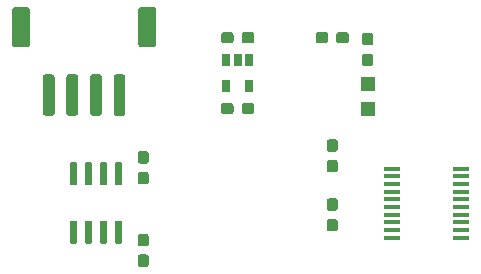
<source format=gtp>
G04 #@! TF.GenerationSoftware,KiCad,Pcbnew,(5.1.5-0)*
G04 #@! TF.CreationDate,2020-02-09T15:42:12-07:00*
G04 #@! TF.ProjectId,dac_proto,6461635f-7072-46f7-946f-2e6b69636164,rev?*
G04 #@! TF.SameCoordinates,Original*
G04 #@! TF.FileFunction,Paste,Top*
G04 #@! TF.FilePolarity,Positive*
%FSLAX46Y46*%
G04 Gerber Fmt 4.6, Leading zero omitted, Abs format (unit mm)*
G04 Created by KiCad (PCBNEW (5.1.5-0)) date 2020-02-09 15:42:12*
%MOMM*%
%LPD*%
G04 APERTURE LIST*
%ADD10R,0.650000X1.060000*%
%ADD11C,0.100000*%
%ADD12R,1.450000X0.450000*%
%ADD13R,1.200000X1.200000*%
G04 APERTURE END LIST*
D10*
X186950000Y-81100000D03*
X185050000Y-81100000D03*
X185050000Y-78900000D03*
X186000000Y-78900000D03*
X186950000Y-78900000D03*
D11*
G36*
X193435779Y-76526144D02*
G01*
X193458834Y-76529563D01*
X193481443Y-76535227D01*
X193503387Y-76543079D01*
X193524457Y-76553044D01*
X193544448Y-76565026D01*
X193563168Y-76578910D01*
X193580438Y-76594562D01*
X193596090Y-76611832D01*
X193609974Y-76630552D01*
X193621956Y-76650543D01*
X193631921Y-76671613D01*
X193639773Y-76693557D01*
X193645437Y-76716166D01*
X193648856Y-76739221D01*
X193650000Y-76762500D01*
X193650000Y-77237500D01*
X193648856Y-77260779D01*
X193645437Y-77283834D01*
X193639773Y-77306443D01*
X193631921Y-77328387D01*
X193621956Y-77349457D01*
X193609974Y-77369448D01*
X193596090Y-77388168D01*
X193580438Y-77405438D01*
X193563168Y-77421090D01*
X193544448Y-77434974D01*
X193524457Y-77446956D01*
X193503387Y-77456921D01*
X193481443Y-77464773D01*
X193458834Y-77470437D01*
X193435779Y-77473856D01*
X193412500Y-77475000D01*
X192837500Y-77475000D01*
X192814221Y-77473856D01*
X192791166Y-77470437D01*
X192768557Y-77464773D01*
X192746613Y-77456921D01*
X192725543Y-77446956D01*
X192705552Y-77434974D01*
X192686832Y-77421090D01*
X192669562Y-77405438D01*
X192653910Y-77388168D01*
X192640026Y-77369448D01*
X192628044Y-77349457D01*
X192618079Y-77328387D01*
X192610227Y-77306443D01*
X192604563Y-77283834D01*
X192601144Y-77260779D01*
X192600000Y-77237500D01*
X192600000Y-76762500D01*
X192601144Y-76739221D01*
X192604563Y-76716166D01*
X192610227Y-76693557D01*
X192618079Y-76671613D01*
X192628044Y-76650543D01*
X192640026Y-76630552D01*
X192653910Y-76611832D01*
X192669562Y-76594562D01*
X192686832Y-76578910D01*
X192705552Y-76565026D01*
X192725543Y-76553044D01*
X192746613Y-76543079D01*
X192768557Y-76535227D01*
X192791166Y-76529563D01*
X192814221Y-76526144D01*
X192837500Y-76525000D01*
X193412500Y-76525000D01*
X193435779Y-76526144D01*
G37*
G36*
X195185779Y-76526144D02*
G01*
X195208834Y-76529563D01*
X195231443Y-76535227D01*
X195253387Y-76543079D01*
X195274457Y-76553044D01*
X195294448Y-76565026D01*
X195313168Y-76578910D01*
X195330438Y-76594562D01*
X195346090Y-76611832D01*
X195359974Y-76630552D01*
X195371956Y-76650543D01*
X195381921Y-76671613D01*
X195389773Y-76693557D01*
X195395437Y-76716166D01*
X195398856Y-76739221D01*
X195400000Y-76762500D01*
X195400000Y-77237500D01*
X195398856Y-77260779D01*
X195395437Y-77283834D01*
X195389773Y-77306443D01*
X195381921Y-77328387D01*
X195371956Y-77349457D01*
X195359974Y-77369448D01*
X195346090Y-77388168D01*
X195330438Y-77405438D01*
X195313168Y-77421090D01*
X195294448Y-77434974D01*
X195274457Y-77446956D01*
X195253387Y-77456921D01*
X195231443Y-77464773D01*
X195208834Y-77470437D01*
X195185779Y-77473856D01*
X195162500Y-77475000D01*
X194587500Y-77475000D01*
X194564221Y-77473856D01*
X194541166Y-77470437D01*
X194518557Y-77464773D01*
X194496613Y-77456921D01*
X194475543Y-77446956D01*
X194455552Y-77434974D01*
X194436832Y-77421090D01*
X194419562Y-77405438D01*
X194403910Y-77388168D01*
X194390026Y-77369448D01*
X194378044Y-77349457D01*
X194368079Y-77328387D01*
X194360227Y-77306443D01*
X194354563Y-77283834D01*
X194351144Y-77260779D01*
X194350000Y-77237500D01*
X194350000Y-76762500D01*
X194351144Y-76739221D01*
X194354563Y-76716166D01*
X194360227Y-76693557D01*
X194368079Y-76671613D01*
X194378044Y-76650543D01*
X194390026Y-76630552D01*
X194403910Y-76611832D01*
X194419562Y-76594562D01*
X194436832Y-76578910D01*
X194455552Y-76565026D01*
X194475543Y-76553044D01*
X194496613Y-76543079D01*
X194518557Y-76535227D01*
X194541166Y-76529563D01*
X194564221Y-76526144D01*
X194587500Y-76525000D01*
X195162500Y-76525000D01*
X195185779Y-76526144D01*
G37*
G36*
X168174504Y-74401204D02*
G01*
X168198773Y-74404804D01*
X168222571Y-74410765D01*
X168245671Y-74419030D01*
X168267849Y-74429520D01*
X168288893Y-74442133D01*
X168308598Y-74456747D01*
X168326777Y-74473223D01*
X168343253Y-74491402D01*
X168357867Y-74511107D01*
X168370480Y-74532151D01*
X168380970Y-74554329D01*
X168389235Y-74577429D01*
X168395196Y-74601227D01*
X168398796Y-74625496D01*
X168400000Y-74650000D01*
X168400000Y-77550000D01*
X168398796Y-77574504D01*
X168395196Y-77598773D01*
X168389235Y-77622571D01*
X168380970Y-77645671D01*
X168370480Y-77667849D01*
X168357867Y-77688893D01*
X168343253Y-77708598D01*
X168326777Y-77726777D01*
X168308598Y-77743253D01*
X168288893Y-77757867D01*
X168267849Y-77770480D01*
X168245671Y-77780970D01*
X168222571Y-77789235D01*
X168198773Y-77795196D01*
X168174504Y-77798796D01*
X168150000Y-77800000D01*
X167150000Y-77800000D01*
X167125496Y-77798796D01*
X167101227Y-77795196D01*
X167077429Y-77789235D01*
X167054329Y-77780970D01*
X167032151Y-77770480D01*
X167011107Y-77757867D01*
X166991402Y-77743253D01*
X166973223Y-77726777D01*
X166956747Y-77708598D01*
X166942133Y-77688893D01*
X166929520Y-77667849D01*
X166919030Y-77645671D01*
X166910765Y-77622571D01*
X166904804Y-77598773D01*
X166901204Y-77574504D01*
X166900000Y-77550000D01*
X166900000Y-74650000D01*
X166901204Y-74625496D01*
X166904804Y-74601227D01*
X166910765Y-74577429D01*
X166919030Y-74554329D01*
X166929520Y-74532151D01*
X166942133Y-74511107D01*
X166956747Y-74491402D01*
X166973223Y-74473223D01*
X166991402Y-74456747D01*
X167011107Y-74442133D01*
X167032151Y-74429520D01*
X167054329Y-74419030D01*
X167077429Y-74410765D01*
X167101227Y-74404804D01*
X167125496Y-74401204D01*
X167150000Y-74400000D01*
X168150000Y-74400000D01*
X168174504Y-74401204D01*
G37*
G36*
X178874504Y-74401204D02*
G01*
X178898773Y-74404804D01*
X178922571Y-74410765D01*
X178945671Y-74419030D01*
X178967849Y-74429520D01*
X178988893Y-74442133D01*
X179008598Y-74456747D01*
X179026777Y-74473223D01*
X179043253Y-74491402D01*
X179057867Y-74511107D01*
X179070480Y-74532151D01*
X179080970Y-74554329D01*
X179089235Y-74577429D01*
X179095196Y-74601227D01*
X179098796Y-74625496D01*
X179100000Y-74650000D01*
X179100000Y-77550000D01*
X179098796Y-77574504D01*
X179095196Y-77598773D01*
X179089235Y-77622571D01*
X179080970Y-77645671D01*
X179070480Y-77667849D01*
X179057867Y-77688893D01*
X179043253Y-77708598D01*
X179026777Y-77726777D01*
X179008598Y-77743253D01*
X178988893Y-77757867D01*
X178967849Y-77770480D01*
X178945671Y-77780970D01*
X178922571Y-77789235D01*
X178898773Y-77795196D01*
X178874504Y-77798796D01*
X178850000Y-77800000D01*
X177850000Y-77800000D01*
X177825496Y-77798796D01*
X177801227Y-77795196D01*
X177777429Y-77789235D01*
X177754329Y-77780970D01*
X177732151Y-77770480D01*
X177711107Y-77757867D01*
X177691402Y-77743253D01*
X177673223Y-77726777D01*
X177656747Y-77708598D01*
X177642133Y-77688893D01*
X177629520Y-77667849D01*
X177619030Y-77645671D01*
X177610765Y-77622571D01*
X177604804Y-77598773D01*
X177601204Y-77574504D01*
X177600000Y-77550000D01*
X177600000Y-74650000D01*
X177601204Y-74625496D01*
X177604804Y-74601227D01*
X177610765Y-74577429D01*
X177619030Y-74554329D01*
X177629520Y-74532151D01*
X177642133Y-74511107D01*
X177656747Y-74491402D01*
X177673223Y-74473223D01*
X177691402Y-74456747D01*
X177711107Y-74442133D01*
X177732151Y-74429520D01*
X177754329Y-74419030D01*
X177777429Y-74410765D01*
X177801227Y-74404804D01*
X177825496Y-74401204D01*
X177850000Y-74400000D01*
X178850000Y-74400000D01*
X178874504Y-74401204D01*
G37*
G36*
X170274504Y-80101204D02*
G01*
X170298773Y-80104804D01*
X170322571Y-80110765D01*
X170345671Y-80119030D01*
X170367849Y-80129520D01*
X170388893Y-80142133D01*
X170408598Y-80156747D01*
X170426777Y-80173223D01*
X170443253Y-80191402D01*
X170457867Y-80211107D01*
X170470480Y-80232151D01*
X170480970Y-80254329D01*
X170489235Y-80277429D01*
X170495196Y-80301227D01*
X170498796Y-80325496D01*
X170500000Y-80350000D01*
X170500000Y-83350000D01*
X170498796Y-83374504D01*
X170495196Y-83398773D01*
X170489235Y-83422571D01*
X170480970Y-83445671D01*
X170470480Y-83467849D01*
X170457867Y-83488893D01*
X170443253Y-83508598D01*
X170426777Y-83526777D01*
X170408598Y-83543253D01*
X170388893Y-83557867D01*
X170367849Y-83570480D01*
X170345671Y-83580970D01*
X170322571Y-83589235D01*
X170298773Y-83595196D01*
X170274504Y-83598796D01*
X170250000Y-83600000D01*
X169750000Y-83600000D01*
X169725496Y-83598796D01*
X169701227Y-83595196D01*
X169677429Y-83589235D01*
X169654329Y-83580970D01*
X169632151Y-83570480D01*
X169611107Y-83557867D01*
X169591402Y-83543253D01*
X169573223Y-83526777D01*
X169556747Y-83508598D01*
X169542133Y-83488893D01*
X169529520Y-83467849D01*
X169519030Y-83445671D01*
X169510765Y-83422571D01*
X169504804Y-83398773D01*
X169501204Y-83374504D01*
X169500000Y-83350000D01*
X169500000Y-80350000D01*
X169501204Y-80325496D01*
X169504804Y-80301227D01*
X169510765Y-80277429D01*
X169519030Y-80254329D01*
X169529520Y-80232151D01*
X169542133Y-80211107D01*
X169556747Y-80191402D01*
X169573223Y-80173223D01*
X169591402Y-80156747D01*
X169611107Y-80142133D01*
X169632151Y-80129520D01*
X169654329Y-80119030D01*
X169677429Y-80110765D01*
X169701227Y-80104804D01*
X169725496Y-80101204D01*
X169750000Y-80100000D01*
X170250000Y-80100000D01*
X170274504Y-80101204D01*
G37*
G36*
X172274504Y-80101204D02*
G01*
X172298773Y-80104804D01*
X172322571Y-80110765D01*
X172345671Y-80119030D01*
X172367849Y-80129520D01*
X172388893Y-80142133D01*
X172408598Y-80156747D01*
X172426777Y-80173223D01*
X172443253Y-80191402D01*
X172457867Y-80211107D01*
X172470480Y-80232151D01*
X172480970Y-80254329D01*
X172489235Y-80277429D01*
X172495196Y-80301227D01*
X172498796Y-80325496D01*
X172500000Y-80350000D01*
X172500000Y-83350000D01*
X172498796Y-83374504D01*
X172495196Y-83398773D01*
X172489235Y-83422571D01*
X172480970Y-83445671D01*
X172470480Y-83467849D01*
X172457867Y-83488893D01*
X172443253Y-83508598D01*
X172426777Y-83526777D01*
X172408598Y-83543253D01*
X172388893Y-83557867D01*
X172367849Y-83570480D01*
X172345671Y-83580970D01*
X172322571Y-83589235D01*
X172298773Y-83595196D01*
X172274504Y-83598796D01*
X172250000Y-83600000D01*
X171750000Y-83600000D01*
X171725496Y-83598796D01*
X171701227Y-83595196D01*
X171677429Y-83589235D01*
X171654329Y-83580970D01*
X171632151Y-83570480D01*
X171611107Y-83557867D01*
X171591402Y-83543253D01*
X171573223Y-83526777D01*
X171556747Y-83508598D01*
X171542133Y-83488893D01*
X171529520Y-83467849D01*
X171519030Y-83445671D01*
X171510765Y-83422571D01*
X171504804Y-83398773D01*
X171501204Y-83374504D01*
X171500000Y-83350000D01*
X171500000Y-80350000D01*
X171501204Y-80325496D01*
X171504804Y-80301227D01*
X171510765Y-80277429D01*
X171519030Y-80254329D01*
X171529520Y-80232151D01*
X171542133Y-80211107D01*
X171556747Y-80191402D01*
X171573223Y-80173223D01*
X171591402Y-80156747D01*
X171611107Y-80142133D01*
X171632151Y-80129520D01*
X171654329Y-80119030D01*
X171677429Y-80110765D01*
X171701227Y-80104804D01*
X171725496Y-80101204D01*
X171750000Y-80100000D01*
X172250000Y-80100000D01*
X172274504Y-80101204D01*
G37*
G36*
X174274504Y-80101204D02*
G01*
X174298773Y-80104804D01*
X174322571Y-80110765D01*
X174345671Y-80119030D01*
X174367849Y-80129520D01*
X174388893Y-80142133D01*
X174408598Y-80156747D01*
X174426777Y-80173223D01*
X174443253Y-80191402D01*
X174457867Y-80211107D01*
X174470480Y-80232151D01*
X174480970Y-80254329D01*
X174489235Y-80277429D01*
X174495196Y-80301227D01*
X174498796Y-80325496D01*
X174500000Y-80350000D01*
X174500000Y-83350000D01*
X174498796Y-83374504D01*
X174495196Y-83398773D01*
X174489235Y-83422571D01*
X174480970Y-83445671D01*
X174470480Y-83467849D01*
X174457867Y-83488893D01*
X174443253Y-83508598D01*
X174426777Y-83526777D01*
X174408598Y-83543253D01*
X174388893Y-83557867D01*
X174367849Y-83570480D01*
X174345671Y-83580970D01*
X174322571Y-83589235D01*
X174298773Y-83595196D01*
X174274504Y-83598796D01*
X174250000Y-83600000D01*
X173750000Y-83600000D01*
X173725496Y-83598796D01*
X173701227Y-83595196D01*
X173677429Y-83589235D01*
X173654329Y-83580970D01*
X173632151Y-83570480D01*
X173611107Y-83557867D01*
X173591402Y-83543253D01*
X173573223Y-83526777D01*
X173556747Y-83508598D01*
X173542133Y-83488893D01*
X173529520Y-83467849D01*
X173519030Y-83445671D01*
X173510765Y-83422571D01*
X173504804Y-83398773D01*
X173501204Y-83374504D01*
X173500000Y-83350000D01*
X173500000Y-80350000D01*
X173501204Y-80325496D01*
X173504804Y-80301227D01*
X173510765Y-80277429D01*
X173519030Y-80254329D01*
X173529520Y-80232151D01*
X173542133Y-80211107D01*
X173556747Y-80191402D01*
X173573223Y-80173223D01*
X173591402Y-80156747D01*
X173611107Y-80142133D01*
X173632151Y-80129520D01*
X173654329Y-80119030D01*
X173677429Y-80110765D01*
X173701227Y-80104804D01*
X173725496Y-80101204D01*
X173750000Y-80100000D01*
X174250000Y-80100000D01*
X174274504Y-80101204D01*
G37*
G36*
X176274504Y-80101204D02*
G01*
X176298773Y-80104804D01*
X176322571Y-80110765D01*
X176345671Y-80119030D01*
X176367849Y-80129520D01*
X176388893Y-80142133D01*
X176408598Y-80156747D01*
X176426777Y-80173223D01*
X176443253Y-80191402D01*
X176457867Y-80211107D01*
X176470480Y-80232151D01*
X176480970Y-80254329D01*
X176489235Y-80277429D01*
X176495196Y-80301227D01*
X176498796Y-80325496D01*
X176500000Y-80350000D01*
X176500000Y-83350000D01*
X176498796Y-83374504D01*
X176495196Y-83398773D01*
X176489235Y-83422571D01*
X176480970Y-83445671D01*
X176470480Y-83467849D01*
X176457867Y-83488893D01*
X176443253Y-83508598D01*
X176426777Y-83526777D01*
X176408598Y-83543253D01*
X176388893Y-83557867D01*
X176367849Y-83570480D01*
X176345671Y-83580970D01*
X176322571Y-83589235D01*
X176298773Y-83595196D01*
X176274504Y-83598796D01*
X176250000Y-83600000D01*
X175750000Y-83600000D01*
X175725496Y-83598796D01*
X175701227Y-83595196D01*
X175677429Y-83589235D01*
X175654329Y-83580970D01*
X175632151Y-83570480D01*
X175611107Y-83557867D01*
X175591402Y-83543253D01*
X175573223Y-83526777D01*
X175556747Y-83508598D01*
X175542133Y-83488893D01*
X175529520Y-83467849D01*
X175519030Y-83445671D01*
X175510765Y-83422571D01*
X175504804Y-83398773D01*
X175501204Y-83374504D01*
X175500000Y-83350000D01*
X175500000Y-80350000D01*
X175501204Y-80325496D01*
X175504804Y-80301227D01*
X175510765Y-80277429D01*
X175519030Y-80254329D01*
X175529520Y-80232151D01*
X175542133Y-80211107D01*
X175556747Y-80191402D01*
X175573223Y-80173223D01*
X175591402Y-80156747D01*
X175611107Y-80142133D01*
X175632151Y-80129520D01*
X175654329Y-80119030D01*
X175677429Y-80110765D01*
X175701227Y-80104804D01*
X175725496Y-80101204D01*
X175750000Y-80100000D01*
X176250000Y-80100000D01*
X176274504Y-80101204D01*
G37*
G36*
X176069703Y-92500722D02*
G01*
X176084264Y-92502882D01*
X176098543Y-92506459D01*
X176112403Y-92511418D01*
X176125710Y-92517712D01*
X176138336Y-92525280D01*
X176150159Y-92534048D01*
X176161066Y-92543934D01*
X176170952Y-92554841D01*
X176179720Y-92566664D01*
X176187288Y-92579290D01*
X176193582Y-92592597D01*
X176198541Y-92606457D01*
X176202118Y-92620736D01*
X176204278Y-92635297D01*
X176205000Y-92650000D01*
X176205000Y-94300000D01*
X176204278Y-94314703D01*
X176202118Y-94329264D01*
X176198541Y-94343543D01*
X176193582Y-94357403D01*
X176187288Y-94370710D01*
X176179720Y-94383336D01*
X176170952Y-94395159D01*
X176161066Y-94406066D01*
X176150159Y-94415952D01*
X176138336Y-94424720D01*
X176125710Y-94432288D01*
X176112403Y-94438582D01*
X176098543Y-94443541D01*
X176084264Y-94447118D01*
X176069703Y-94449278D01*
X176055000Y-94450000D01*
X175755000Y-94450000D01*
X175740297Y-94449278D01*
X175725736Y-94447118D01*
X175711457Y-94443541D01*
X175697597Y-94438582D01*
X175684290Y-94432288D01*
X175671664Y-94424720D01*
X175659841Y-94415952D01*
X175648934Y-94406066D01*
X175639048Y-94395159D01*
X175630280Y-94383336D01*
X175622712Y-94370710D01*
X175616418Y-94357403D01*
X175611459Y-94343543D01*
X175607882Y-94329264D01*
X175605722Y-94314703D01*
X175605000Y-94300000D01*
X175605000Y-92650000D01*
X175605722Y-92635297D01*
X175607882Y-92620736D01*
X175611459Y-92606457D01*
X175616418Y-92592597D01*
X175622712Y-92579290D01*
X175630280Y-92566664D01*
X175639048Y-92554841D01*
X175648934Y-92543934D01*
X175659841Y-92534048D01*
X175671664Y-92525280D01*
X175684290Y-92517712D01*
X175697597Y-92511418D01*
X175711457Y-92506459D01*
X175725736Y-92502882D01*
X175740297Y-92500722D01*
X175755000Y-92500000D01*
X176055000Y-92500000D01*
X176069703Y-92500722D01*
G37*
G36*
X174799703Y-92500722D02*
G01*
X174814264Y-92502882D01*
X174828543Y-92506459D01*
X174842403Y-92511418D01*
X174855710Y-92517712D01*
X174868336Y-92525280D01*
X174880159Y-92534048D01*
X174891066Y-92543934D01*
X174900952Y-92554841D01*
X174909720Y-92566664D01*
X174917288Y-92579290D01*
X174923582Y-92592597D01*
X174928541Y-92606457D01*
X174932118Y-92620736D01*
X174934278Y-92635297D01*
X174935000Y-92650000D01*
X174935000Y-94300000D01*
X174934278Y-94314703D01*
X174932118Y-94329264D01*
X174928541Y-94343543D01*
X174923582Y-94357403D01*
X174917288Y-94370710D01*
X174909720Y-94383336D01*
X174900952Y-94395159D01*
X174891066Y-94406066D01*
X174880159Y-94415952D01*
X174868336Y-94424720D01*
X174855710Y-94432288D01*
X174842403Y-94438582D01*
X174828543Y-94443541D01*
X174814264Y-94447118D01*
X174799703Y-94449278D01*
X174785000Y-94450000D01*
X174485000Y-94450000D01*
X174470297Y-94449278D01*
X174455736Y-94447118D01*
X174441457Y-94443541D01*
X174427597Y-94438582D01*
X174414290Y-94432288D01*
X174401664Y-94424720D01*
X174389841Y-94415952D01*
X174378934Y-94406066D01*
X174369048Y-94395159D01*
X174360280Y-94383336D01*
X174352712Y-94370710D01*
X174346418Y-94357403D01*
X174341459Y-94343543D01*
X174337882Y-94329264D01*
X174335722Y-94314703D01*
X174335000Y-94300000D01*
X174335000Y-92650000D01*
X174335722Y-92635297D01*
X174337882Y-92620736D01*
X174341459Y-92606457D01*
X174346418Y-92592597D01*
X174352712Y-92579290D01*
X174360280Y-92566664D01*
X174369048Y-92554841D01*
X174378934Y-92543934D01*
X174389841Y-92534048D01*
X174401664Y-92525280D01*
X174414290Y-92517712D01*
X174427597Y-92511418D01*
X174441457Y-92506459D01*
X174455736Y-92502882D01*
X174470297Y-92500722D01*
X174485000Y-92500000D01*
X174785000Y-92500000D01*
X174799703Y-92500722D01*
G37*
G36*
X173529703Y-92500722D02*
G01*
X173544264Y-92502882D01*
X173558543Y-92506459D01*
X173572403Y-92511418D01*
X173585710Y-92517712D01*
X173598336Y-92525280D01*
X173610159Y-92534048D01*
X173621066Y-92543934D01*
X173630952Y-92554841D01*
X173639720Y-92566664D01*
X173647288Y-92579290D01*
X173653582Y-92592597D01*
X173658541Y-92606457D01*
X173662118Y-92620736D01*
X173664278Y-92635297D01*
X173665000Y-92650000D01*
X173665000Y-94300000D01*
X173664278Y-94314703D01*
X173662118Y-94329264D01*
X173658541Y-94343543D01*
X173653582Y-94357403D01*
X173647288Y-94370710D01*
X173639720Y-94383336D01*
X173630952Y-94395159D01*
X173621066Y-94406066D01*
X173610159Y-94415952D01*
X173598336Y-94424720D01*
X173585710Y-94432288D01*
X173572403Y-94438582D01*
X173558543Y-94443541D01*
X173544264Y-94447118D01*
X173529703Y-94449278D01*
X173515000Y-94450000D01*
X173215000Y-94450000D01*
X173200297Y-94449278D01*
X173185736Y-94447118D01*
X173171457Y-94443541D01*
X173157597Y-94438582D01*
X173144290Y-94432288D01*
X173131664Y-94424720D01*
X173119841Y-94415952D01*
X173108934Y-94406066D01*
X173099048Y-94395159D01*
X173090280Y-94383336D01*
X173082712Y-94370710D01*
X173076418Y-94357403D01*
X173071459Y-94343543D01*
X173067882Y-94329264D01*
X173065722Y-94314703D01*
X173065000Y-94300000D01*
X173065000Y-92650000D01*
X173065722Y-92635297D01*
X173067882Y-92620736D01*
X173071459Y-92606457D01*
X173076418Y-92592597D01*
X173082712Y-92579290D01*
X173090280Y-92566664D01*
X173099048Y-92554841D01*
X173108934Y-92543934D01*
X173119841Y-92534048D01*
X173131664Y-92525280D01*
X173144290Y-92517712D01*
X173157597Y-92511418D01*
X173171457Y-92506459D01*
X173185736Y-92502882D01*
X173200297Y-92500722D01*
X173215000Y-92500000D01*
X173515000Y-92500000D01*
X173529703Y-92500722D01*
G37*
G36*
X172259703Y-92500722D02*
G01*
X172274264Y-92502882D01*
X172288543Y-92506459D01*
X172302403Y-92511418D01*
X172315710Y-92517712D01*
X172328336Y-92525280D01*
X172340159Y-92534048D01*
X172351066Y-92543934D01*
X172360952Y-92554841D01*
X172369720Y-92566664D01*
X172377288Y-92579290D01*
X172383582Y-92592597D01*
X172388541Y-92606457D01*
X172392118Y-92620736D01*
X172394278Y-92635297D01*
X172395000Y-92650000D01*
X172395000Y-94300000D01*
X172394278Y-94314703D01*
X172392118Y-94329264D01*
X172388541Y-94343543D01*
X172383582Y-94357403D01*
X172377288Y-94370710D01*
X172369720Y-94383336D01*
X172360952Y-94395159D01*
X172351066Y-94406066D01*
X172340159Y-94415952D01*
X172328336Y-94424720D01*
X172315710Y-94432288D01*
X172302403Y-94438582D01*
X172288543Y-94443541D01*
X172274264Y-94447118D01*
X172259703Y-94449278D01*
X172245000Y-94450000D01*
X171945000Y-94450000D01*
X171930297Y-94449278D01*
X171915736Y-94447118D01*
X171901457Y-94443541D01*
X171887597Y-94438582D01*
X171874290Y-94432288D01*
X171861664Y-94424720D01*
X171849841Y-94415952D01*
X171838934Y-94406066D01*
X171829048Y-94395159D01*
X171820280Y-94383336D01*
X171812712Y-94370710D01*
X171806418Y-94357403D01*
X171801459Y-94343543D01*
X171797882Y-94329264D01*
X171795722Y-94314703D01*
X171795000Y-94300000D01*
X171795000Y-92650000D01*
X171795722Y-92635297D01*
X171797882Y-92620736D01*
X171801459Y-92606457D01*
X171806418Y-92592597D01*
X171812712Y-92579290D01*
X171820280Y-92566664D01*
X171829048Y-92554841D01*
X171838934Y-92543934D01*
X171849841Y-92534048D01*
X171861664Y-92525280D01*
X171874290Y-92517712D01*
X171887597Y-92511418D01*
X171901457Y-92506459D01*
X171915736Y-92502882D01*
X171930297Y-92500722D01*
X171945000Y-92500000D01*
X172245000Y-92500000D01*
X172259703Y-92500722D01*
G37*
G36*
X172259703Y-87550722D02*
G01*
X172274264Y-87552882D01*
X172288543Y-87556459D01*
X172302403Y-87561418D01*
X172315710Y-87567712D01*
X172328336Y-87575280D01*
X172340159Y-87584048D01*
X172351066Y-87593934D01*
X172360952Y-87604841D01*
X172369720Y-87616664D01*
X172377288Y-87629290D01*
X172383582Y-87642597D01*
X172388541Y-87656457D01*
X172392118Y-87670736D01*
X172394278Y-87685297D01*
X172395000Y-87700000D01*
X172395000Y-89350000D01*
X172394278Y-89364703D01*
X172392118Y-89379264D01*
X172388541Y-89393543D01*
X172383582Y-89407403D01*
X172377288Y-89420710D01*
X172369720Y-89433336D01*
X172360952Y-89445159D01*
X172351066Y-89456066D01*
X172340159Y-89465952D01*
X172328336Y-89474720D01*
X172315710Y-89482288D01*
X172302403Y-89488582D01*
X172288543Y-89493541D01*
X172274264Y-89497118D01*
X172259703Y-89499278D01*
X172245000Y-89500000D01*
X171945000Y-89500000D01*
X171930297Y-89499278D01*
X171915736Y-89497118D01*
X171901457Y-89493541D01*
X171887597Y-89488582D01*
X171874290Y-89482288D01*
X171861664Y-89474720D01*
X171849841Y-89465952D01*
X171838934Y-89456066D01*
X171829048Y-89445159D01*
X171820280Y-89433336D01*
X171812712Y-89420710D01*
X171806418Y-89407403D01*
X171801459Y-89393543D01*
X171797882Y-89379264D01*
X171795722Y-89364703D01*
X171795000Y-89350000D01*
X171795000Y-87700000D01*
X171795722Y-87685297D01*
X171797882Y-87670736D01*
X171801459Y-87656457D01*
X171806418Y-87642597D01*
X171812712Y-87629290D01*
X171820280Y-87616664D01*
X171829048Y-87604841D01*
X171838934Y-87593934D01*
X171849841Y-87584048D01*
X171861664Y-87575280D01*
X171874290Y-87567712D01*
X171887597Y-87561418D01*
X171901457Y-87556459D01*
X171915736Y-87552882D01*
X171930297Y-87550722D01*
X171945000Y-87550000D01*
X172245000Y-87550000D01*
X172259703Y-87550722D01*
G37*
G36*
X173529703Y-87550722D02*
G01*
X173544264Y-87552882D01*
X173558543Y-87556459D01*
X173572403Y-87561418D01*
X173585710Y-87567712D01*
X173598336Y-87575280D01*
X173610159Y-87584048D01*
X173621066Y-87593934D01*
X173630952Y-87604841D01*
X173639720Y-87616664D01*
X173647288Y-87629290D01*
X173653582Y-87642597D01*
X173658541Y-87656457D01*
X173662118Y-87670736D01*
X173664278Y-87685297D01*
X173665000Y-87700000D01*
X173665000Y-89350000D01*
X173664278Y-89364703D01*
X173662118Y-89379264D01*
X173658541Y-89393543D01*
X173653582Y-89407403D01*
X173647288Y-89420710D01*
X173639720Y-89433336D01*
X173630952Y-89445159D01*
X173621066Y-89456066D01*
X173610159Y-89465952D01*
X173598336Y-89474720D01*
X173585710Y-89482288D01*
X173572403Y-89488582D01*
X173558543Y-89493541D01*
X173544264Y-89497118D01*
X173529703Y-89499278D01*
X173515000Y-89500000D01*
X173215000Y-89500000D01*
X173200297Y-89499278D01*
X173185736Y-89497118D01*
X173171457Y-89493541D01*
X173157597Y-89488582D01*
X173144290Y-89482288D01*
X173131664Y-89474720D01*
X173119841Y-89465952D01*
X173108934Y-89456066D01*
X173099048Y-89445159D01*
X173090280Y-89433336D01*
X173082712Y-89420710D01*
X173076418Y-89407403D01*
X173071459Y-89393543D01*
X173067882Y-89379264D01*
X173065722Y-89364703D01*
X173065000Y-89350000D01*
X173065000Y-87700000D01*
X173065722Y-87685297D01*
X173067882Y-87670736D01*
X173071459Y-87656457D01*
X173076418Y-87642597D01*
X173082712Y-87629290D01*
X173090280Y-87616664D01*
X173099048Y-87604841D01*
X173108934Y-87593934D01*
X173119841Y-87584048D01*
X173131664Y-87575280D01*
X173144290Y-87567712D01*
X173157597Y-87561418D01*
X173171457Y-87556459D01*
X173185736Y-87552882D01*
X173200297Y-87550722D01*
X173215000Y-87550000D01*
X173515000Y-87550000D01*
X173529703Y-87550722D01*
G37*
G36*
X174799703Y-87550722D02*
G01*
X174814264Y-87552882D01*
X174828543Y-87556459D01*
X174842403Y-87561418D01*
X174855710Y-87567712D01*
X174868336Y-87575280D01*
X174880159Y-87584048D01*
X174891066Y-87593934D01*
X174900952Y-87604841D01*
X174909720Y-87616664D01*
X174917288Y-87629290D01*
X174923582Y-87642597D01*
X174928541Y-87656457D01*
X174932118Y-87670736D01*
X174934278Y-87685297D01*
X174935000Y-87700000D01*
X174935000Y-89350000D01*
X174934278Y-89364703D01*
X174932118Y-89379264D01*
X174928541Y-89393543D01*
X174923582Y-89407403D01*
X174917288Y-89420710D01*
X174909720Y-89433336D01*
X174900952Y-89445159D01*
X174891066Y-89456066D01*
X174880159Y-89465952D01*
X174868336Y-89474720D01*
X174855710Y-89482288D01*
X174842403Y-89488582D01*
X174828543Y-89493541D01*
X174814264Y-89497118D01*
X174799703Y-89499278D01*
X174785000Y-89500000D01*
X174485000Y-89500000D01*
X174470297Y-89499278D01*
X174455736Y-89497118D01*
X174441457Y-89493541D01*
X174427597Y-89488582D01*
X174414290Y-89482288D01*
X174401664Y-89474720D01*
X174389841Y-89465952D01*
X174378934Y-89456066D01*
X174369048Y-89445159D01*
X174360280Y-89433336D01*
X174352712Y-89420710D01*
X174346418Y-89407403D01*
X174341459Y-89393543D01*
X174337882Y-89379264D01*
X174335722Y-89364703D01*
X174335000Y-89350000D01*
X174335000Y-87700000D01*
X174335722Y-87685297D01*
X174337882Y-87670736D01*
X174341459Y-87656457D01*
X174346418Y-87642597D01*
X174352712Y-87629290D01*
X174360280Y-87616664D01*
X174369048Y-87604841D01*
X174378934Y-87593934D01*
X174389841Y-87584048D01*
X174401664Y-87575280D01*
X174414290Y-87567712D01*
X174427597Y-87561418D01*
X174441457Y-87556459D01*
X174455736Y-87552882D01*
X174470297Y-87550722D01*
X174485000Y-87550000D01*
X174785000Y-87550000D01*
X174799703Y-87550722D01*
G37*
G36*
X176069703Y-87550722D02*
G01*
X176084264Y-87552882D01*
X176098543Y-87556459D01*
X176112403Y-87561418D01*
X176125710Y-87567712D01*
X176138336Y-87575280D01*
X176150159Y-87584048D01*
X176161066Y-87593934D01*
X176170952Y-87604841D01*
X176179720Y-87616664D01*
X176187288Y-87629290D01*
X176193582Y-87642597D01*
X176198541Y-87656457D01*
X176202118Y-87670736D01*
X176204278Y-87685297D01*
X176205000Y-87700000D01*
X176205000Y-89350000D01*
X176204278Y-89364703D01*
X176202118Y-89379264D01*
X176198541Y-89393543D01*
X176193582Y-89407403D01*
X176187288Y-89420710D01*
X176179720Y-89433336D01*
X176170952Y-89445159D01*
X176161066Y-89456066D01*
X176150159Y-89465952D01*
X176138336Y-89474720D01*
X176125710Y-89482288D01*
X176112403Y-89488582D01*
X176098543Y-89493541D01*
X176084264Y-89497118D01*
X176069703Y-89499278D01*
X176055000Y-89500000D01*
X175755000Y-89500000D01*
X175740297Y-89499278D01*
X175725736Y-89497118D01*
X175711457Y-89493541D01*
X175697597Y-89488582D01*
X175684290Y-89482288D01*
X175671664Y-89474720D01*
X175659841Y-89465952D01*
X175648934Y-89456066D01*
X175639048Y-89445159D01*
X175630280Y-89433336D01*
X175622712Y-89420710D01*
X175616418Y-89407403D01*
X175611459Y-89393543D01*
X175607882Y-89379264D01*
X175605722Y-89364703D01*
X175605000Y-89350000D01*
X175605000Y-87700000D01*
X175605722Y-87685297D01*
X175607882Y-87670736D01*
X175611459Y-87656457D01*
X175616418Y-87642597D01*
X175622712Y-87629290D01*
X175630280Y-87616664D01*
X175639048Y-87604841D01*
X175648934Y-87593934D01*
X175659841Y-87584048D01*
X175671664Y-87575280D01*
X175684290Y-87567712D01*
X175697597Y-87561418D01*
X175711457Y-87556459D01*
X175725736Y-87552882D01*
X175740297Y-87550722D01*
X175755000Y-87550000D01*
X176055000Y-87550000D01*
X176069703Y-87550722D01*
G37*
D12*
X204950000Y-88075000D03*
X204950000Y-88725000D03*
X204950000Y-89375000D03*
X204950000Y-90025000D03*
X204950000Y-90675000D03*
X204950000Y-91325000D03*
X204950000Y-91975000D03*
X204950000Y-92625000D03*
X204950000Y-93275000D03*
X204950000Y-93925000D03*
X199050000Y-93925000D03*
X199050000Y-93275000D03*
X199050000Y-92625000D03*
X199050000Y-91975000D03*
X199050000Y-91325000D03*
X199050000Y-90675000D03*
X199050000Y-90025000D03*
X199050000Y-89375000D03*
X199050000Y-88725000D03*
X199050000Y-88075000D03*
D13*
X197000000Y-83050000D03*
X197000000Y-80950000D03*
D11*
G36*
X197260779Y-76601144D02*
G01*
X197283834Y-76604563D01*
X197306443Y-76610227D01*
X197328387Y-76618079D01*
X197349457Y-76628044D01*
X197369448Y-76640026D01*
X197388168Y-76653910D01*
X197405438Y-76669562D01*
X197421090Y-76686832D01*
X197434974Y-76705552D01*
X197446956Y-76725543D01*
X197456921Y-76746613D01*
X197464773Y-76768557D01*
X197470437Y-76791166D01*
X197473856Y-76814221D01*
X197475000Y-76837500D01*
X197475000Y-77412500D01*
X197473856Y-77435779D01*
X197470437Y-77458834D01*
X197464773Y-77481443D01*
X197456921Y-77503387D01*
X197446956Y-77524457D01*
X197434974Y-77544448D01*
X197421090Y-77563168D01*
X197405438Y-77580438D01*
X197388168Y-77596090D01*
X197369448Y-77609974D01*
X197349457Y-77621956D01*
X197328387Y-77631921D01*
X197306443Y-77639773D01*
X197283834Y-77645437D01*
X197260779Y-77648856D01*
X197237500Y-77650000D01*
X196762500Y-77650000D01*
X196739221Y-77648856D01*
X196716166Y-77645437D01*
X196693557Y-77639773D01*
X196671613Y-77631921D01*
X196650543Y-77621956D01*
X196630552Y-77609974D01*
X196611832Y-77596090D01*
X196594562Y-77580438D01*
X196578910Y-77563168D01*
X196565026Y-77544448D01*
X196553044Y-77524457D01*
X196543079Y-77503387D01*
X196535227Y-77481443D01*
X196529563Y-77458834D01*
X196526144Y-77435779D01*
X196525000Y-77412500D01*
X196525000Y-76837500D01*
X196526144Y-76814221D01*
X196529563Y-76791166D01*
X196535227Y-76768557D01*
X196543079Y-76746613D01*
X196553044Y-76725543D01*
X196565026Y-76705552D01*
X196578910Y-76686832D01*
X196594562Y-76669562D01*
X196611832Y-76653910D01*
X196630552Y-76640026D01*
X196650543Y-76628044D01*
X196671613Y-76618079D01*
X196693557Y-76610227D01*
X196716166Y-76604563D01*
X196739221Y-76601144D01*
X196762500Y-76600000D01*
X197237500Y-76600000D01*
X197260779Y-76601144D01*
G37*
G36*
X197260779Y-78351144D02*
G01*
X197283834Y-78354563D01*
X197306443Y-78360227D01*
X197328387Y-78368079D01*
X197349457Y-78378044D01*
X197369448Y-78390026D01*
X197388168Y-78403910D01*
X197405438Y-78419562D01*
X197421090Y-78436832D01*
X197434974Y-78455552D01*
X197446956Y-78475543D01*
X197456921Y-78496613D01*
X197464773Y-78518557D01*
X197470437Y-78541166D01*
X197473856Y-78564221D01*
X197475000Y-78587500D01*
X197475000Y-79162500D01*
X197473856Y-79185779D01*
X197470437Y-79208834D01*
X197464773Y-79231443D01*
X197456921Y-79253387D01*
X197446956Y-79274457D01*
X197434974Y-79294448D01*
X197421090Y-79313168D01*
X197405438Y-79330438D01*
X197388168Y-79346090D01*
X197369448Y-79359974D01*
X197349457Y-79371956D01*
X197328387Y-79381921D01*
X197306443Y-79389773D01*
X197283834Y-79395437D01*
X197260779Y-79398856D01*
X197237500Y-79400000D01*
X196762500Y-79400000D01*
X196739221Y-79398856D01*
X196716166Y-79395437D01*
X196693557Y-79389773D01*
X196671613Y-79381921D01*
X196650543Y-79371956D01*
X196630552Y-79359974D01*
X196611832Y-79346090D01*
X196594562Y-79330438D01*
X196578910Y-79313168D01*
X196565026Y-79294448D01*
X196553044Y-79274457D01*
X196543079Y-79253387D01*
X196535227Y-79231443D01*
X196529563Y-79208834D01*
X196526144Y-79185779D01*
X196525000Y-79162500D01*
X196525000Y-78587500D01*
X196526144Y-78564221D01*
X196529563Y-78541166D01*
X196535227Y-78518557D01*
X196543079Y-78496613D01*
X196553044Y-78475543D01*
X196565026Y-78455552D01*
X196578910Y-78436832D01*
X196594562Y-78419562D01*
X196611832Y-78403910D01*
X196630552Y-78390026D01*
X196650543Y-78378044D01*
X196671613Y-78368079D01*
X196693557Y-78360227D01*
X196716166Y-78354563D01*
X196739221Y-78351144D01*
X196762500Y-78350000D01*
X197237500Y-78350000D01*
X197260779Y-78351144D01*
G37*
G36*
X178260779Y-95351144D02*
G01*
X178283834Y-95354563D01*
X178306443Y-95360227D01*
X178328387Y-95368079D01*
X178349457Y-95378044D01*
X178369448Y-95390026D01*
X178388168Y-95403910D01*
X178405438Y-95419562D01*
X178421090Y-95436832D01*
X178434974Y-95455552D01*
X178446956Y-95475543D01*
X178456921Y-95496613D01*
X178464773Y-95518557D01*
X178470437Y-95541166D01*
X178473856Y-95564221D01*
X178475000Y-95587500D01*
X178475000Y-96162500D01*
X178473856Y-96185779D01*
X178470437Y-96208834D01*
X178464773Y-96231443D01*
X178456921Y-96253387D01*
X178446956Y-96274457D01*
X178434974Y-96294448D01*
X178421090Y-96313168D01*
X178405438Y-96330438D01*
X178388168Y-96346090D01*
X178369448Y-96359974D01*
X178349457Y-96371956D01*
X178328387Y-96381921D01*
X178306443Y-96389773D01*
X178283834Y-96395437D01*
X178260779Y-96398856D01*
X178237500Y-96400000D01*
X177762500Y-96400000D01*
X177739221Y-96398856D01*
X177716166Y-96395437D01*
X177693557Y-96389773D01*
X177671613Y-96381921D01*
X177650543Y-96371956D01*
X177630552Y-96359974D01*
X177611832Y-96346090D01*
X177594562Y-96330438D01*
X177578910Y-96313168D01*
X177565026Y-96294448D01*
X177553044Y-96274457D01*
X177543079Y-96253387D01*
X177535227Y-96231443D01*
X177529563Y-96208834D01*
X177526144Y-96185779D01*
X177525000Y-96162500D01*
X177525000Y-95587500D01*
X177526144Y-95564221D01*
X177529563Y-95541166D01*
X177535227Y-95518557D01*
X177543079Y-95496613D01*
X177553044Y-95475543D01*
X177565026Y-95455552D01*
X177578910Y-95436832D01*
X177594562Y-95419562D01*
X177611832Y-95403910D01*
X177630552Y-95390026D01*
X177650543Y-95378044D01*
X177671613Y-95368079D01*
X177693557Y-95360227D01*
X177716166Y-95354563D01*
X177739221Y-95351144D01*
X177762500Y-95350000D01*
X178237500Y-95350000D01*
X178260779Y-95351144D01*
G37*
G36*
X178260779Y-93601144D02*
G01*
X178283834Y-93604563D01*
X178306443Y-93610227D01*
X178328387Y-93618079D01*
X178349457Y-93628044D01*
X178369448Y-93640026D01*
X178388168Y-93653910D01*
X178405438Y-93669562D01*
X178421090Y-93686832D01*
X178434974Y-93705552D01*
X178446956Y-93725543D01*
X178456921Y-93746613D01*
X178464773Y-93768557D01*
X178470437Y-93791166D01*
X178473856Y-93814221D01*
X178475000Y-93837500D01*
X178475000Y-94412500D01*
X178473856Y-94435779D01*
X178470437Y-94458834D01*
X178464773Y-94481443D01*
X178456921Y-94503387D01*
X178446956Y-94524457D01*
X178434974Y-94544448D01*
X178421090Y-94563168D01*
X178405438Y-94580438D01*
X178388168Y-94596090D01*
X178369448Y-94609974D01*
X178349457Y-94621956D01*
X178328387Y-94631921D01*
X178306443Y-94639773D01*
X178283834Y-94645437D01*
X178260779Y-94648856D01*
X178237500Y-94650000D01*
X177762500Y-94650000D01*
X177739221Y-94648856D01*
X177716166Y-94645437D01*
X177693557Y-94639773D01*
X177671613Y-94631921D01*
X177650543Y-94621956D01*
X177630552Y-94609974D01*
X177611832Y-94596090D01*
X177594562Y-94580438D01*
X177578910Y-94563168D01*
X177565026Y-94544448D01*
X177553044Y-94524457D01*
X177543079Y-94503387D01*
X177535227Y-94481443D01*
X177529563Y-94458834D01*
X177526144Y-94435779D01*
X177525000Y-94412500D01*
X177525000Y-93837500D01*
X177526144Y-93814221D01*
X177529563Y-93791166D01*
X177535227Y-93768557D01*
X177543079Y-93746613D01*
X177553044Y-93725543D01*
X177565026Y-93705552D01*
X177578910Y-93686832D01*
X177594562Y-93669562D01*
X177611832Y-93653910D01*
X177630552Y-93640026D01*
X177650543Y-93628044D01*
X177671613Y-93618079D01*
X177693557Y-93610227D01*
X177716166Y-93604563D01*
X177739221Y-93601144D01*
X177762500Y-93600000D01*
X178237500Y-93600000D01*
X178260779Y-93601144D01*
G37*
G36*
X185435779Y-82526144D02*
G01*
X185458834Y-82529563D01*
X185481443Y-82535227D01*
X185503387Y-82543079D01*
X185524457Y-82553044D01*
X185544448Y-82565026D01*
X185563168Y-82578910D01*
X185580438Y-82594562D01*
X185596090Y-82611832D01*
X185609974Y-82630552D01*
X185621956Y-82650543D01*
X185631921Y-82671613D01*
X185639773Y-82693557D01*
X185645437Y-82716166D01*
X185648856Y-82739221D01*
X185650000Y-82762500D01*
X185650000Y-83237500D01*
X185648856Y-83260779D01*
X185645437Y-83283834D01*
X185639773Y-83306443D01*
X185631921Y-83328387D01*
X185621956Y-83349457D01*
X185609974Y-83369448D01*
X185596090Y-83388168D01*
X185580438Y-83405438D01*
X185563168Y-83421090D01*
X185544448Y-83434974D01*
X185524457Y-83446956D01*
X185503387Y-83456921D01*
X185481443Y-83464773D01*
X185458834Y-83470437D01*
X185435779Y-83473856D01*
X185412500Y-83475000D01*
X184837500Y-83475000D01*
X184814221Y-83473856D01*
X184791166Y-83470437D01*
X184768557Y-83464773D01*
X184746613Y-83456921D01*
X184725543Y-83446956D01*
X184705552Y-83434974D01*
X184686832Y-83421090D01*
X184669562Y-83405438D01*
X184653910Y-83388168D01*
X184640026Y-83369448D01*
X184628044Y-83349457D01*
X184618079Y-83328387D01*
X184610227Y-83306443D01*
X184604563Y-83283834D01*
X184601144Y-83260779D01*
X184600000Y-83237500D01*
X184600000Y-82762500D01*
X184601144Y-82739221D01*
X184604563Y-82716166D01*
X184610227Y-82693557D01*
X184618079Y-82671613D01*
X184628044Y-82650543D01*
X184640026Y-82630552D01*
X184653910Y-82611832D01*
X184669562Y-82594562D01*
X184686832Y-82578910D01*
X184705552Y-82565026D01*
X184725543Y-82553044D01*
X184746613Y-82543079D01*
X184768557Y-82535227D01*
X184791166Y-82529563D01*
X184814221Y-82526144D01*
X184837500Y-82525000D01*
X185412500Y-82525000D01*
X185435779Y-82526144D01*
G37*
G36*
X187185779Y-82526144D02*
G01*
X187208834Y-82529563D01*
X187231443Y-82535227D01*
X187253387Y-82543079D01*
X187274457Y-82553044D01*
X187294448Y-82565026D01*
X187313168Y-82578910D01*
X187330438Y-82594562D01*
X187346090Y-82611832D01*
X187359974Y-82630552D01*
X187371956Y-82650543D01*
X187381921Y-82671613D01*
X187389773Y-82693557D01*
X187395437Y-82716166D01*
X187398856Y-82739221D01*
X187400000Y-82762500D01*
X187400000Y-83237500D01*
X187398856Y-83260779D01*
X187395437Y-83283834D01*
X187389773Y-83306443D01*
X187381921Y-83328387D01*
X187371956Y-83349457D01*
X187359974Y-83369448D01*
X187346090Y-83388168D01*
X187330438Y-83405438D01*
X187313168Y-83421090D01*
X187294448Y-83434974D01*
X187274457Y-83446956D01*
X187253387Y-83456921D01*
X187231443Y-83464773D01*
X187208834Y-83470437D01*
X187185779Y-83473856D01*
X187162500Y-83475000D01*
X186587500Y-83475000D01*
X186564221Y-83473856D01*
X186541166Y-83470437D01*
X186518557Y-83464773D01*
X186496613Y-83456921D01*
X186475543Y-83446956D01*
X186455552Y-83434974D01*
X186436832Y-83421090D01*
X186419562Y-83405438D01*
X186403910Y-83388168D01*
X186390026Y-83369448D01*
X186378044Y-83349457D01*
X186368079Y-83328387D01*
X186360227Y-83306443D01*
X186354563Y-83283834D01*
X186351144Y-83260779D01*
X186350000Y-83237500D01*
X186350000Y-82762500D01*
X186351144Y-82739221D01*
X186354563Y-82716166D01*
X186360227Y-82693557D01*
X186368079Y-82671613D01*
X186378044Y-82650543D01*
X186390026Y-82630552D01*
X186403910Y-82611832D01*
X186419562Y-82594562D01*
X186436832Y-82578910D01*
X186455552Y-82565026D01*
X186475543Y-82553044D01*
X186496613Y-82543079D01*
X186518557Y-82535227D01*
X186541166Y-82529563D01*
X186564221Y-82526144D01*
X186587500Y-82525000D01*
X187162500Y-82525000D01*
X187185779Y-82526144D01*
G37*
G36*
X187185779Y-76526144D02*
G01*
X187208834Y-76529563D01*
X187231443Y-76535227D01*
X187253387Y-76543079D01*
X187274457Y-76553044D01*
X187294448Y-76565026D01*
X187313168Y-76578910D01*
X187330438Y-76594562D01*
X187346090Y-76611832D01*
X187359974Y-76630552D01*
X187371956Y-76650543D01*
X187381921Y-76671613D01*
X187389773Y-76693557D01*
X187395437Y-76716166D01*
X187398856Y-76739221D01*
X187400000Y-76762500D01*
X187400000Y-77237500D01*
X187398856Y-77260779D01*
X187395437Y-77283834D01*
X187389773Y-77306443D01*
X187381921Y-77328387D01*
X187371956Y-77349457D01*
X187359974Y-77369448D01*
X187346090Y-77388168D01*
X187330438Y-77405438D01*
X187313168Y-77421090D01*
X187294448Y-77434974D01*
X187274457Y-77446956D01*
X187253387Y-77456921D01*
X187231443Y-77464773D01*
X187208834Y-77470437D01*
X187185779Y-77473856D01*
X187162500Y-77475000D01*
X186587500Y-77475000D01*
X186564221Y-77473856D01*
X186541166Y-77470437D01*
X186518557Y-77464773D01*
X186496613Y-77456921D01*
X186475543Y-77446956D01*
X186455552Y-77434974D01*
X186436832Y-77421090D01*
X186419562Y-77405438D01*
X186403910Y-77388168D01*
X186390026Y-77369448D01*
X186378044Y-77349457D01*
X186368079Y-77328387D01*
X186360227Y-77306443D01*
X186354563Y-77283834D01*
X186351144Y-77260779D01*
X186350000Y-77237500D01*
X186350000Y-76762500D01*
X186351144Y-76739221D01*
X186354563Y-76716166D01*
X186360227Y-76693557D01*
X186368079Y-76671613D01*
X186378044Y-76650543D01*
X186390026Y-76630552D01*
X186403910Y-76611832D01*
X186419562Y-76594562D01*
X186436832Y-76578910D01*
X186455552Y-76565026D01*
X186475543Y-76553044D01*
X186496613Y-76543079D01*
X186518557Y-76535227D01*
X186541166Y-76529563D01*
X186564221Y-76526144D01*
X186587500Y-76525000D01*
X187162500Y-76525000D01*
X187185779Y-76526144D01*
G37*
G36*
X185435779Y-76526144D02*
G01*
X185458834Y-76529563D01*
X185481443Y-76535227D01*
X185503387Y-76543079D01*
X185524457Y-76553044D01*
X185544448Y-76565026D01*
X185563168Y-76578910D01*
X185580438Y-76594562D01*
X185596090Y-76611832D01*
X185609974Y-76630552D01*
X185621956Y-76650543D01*
X185631921Y-76671613D01*
X185639773Y-76693557D01*
X185645437Y-76716166D01*
X185648856Y-76739221D01*
X185650000Y-76762500D01*
X185650000Y-77237500D01*
X185648856Y-77260779D01*
X185645437Y-77283834D01*
X185639773Y-77306443D01*
X185631921Y-77328387D01*
X185621956Y-77349457D01*
X185609974Y-77369448D01*
X185596090Y-77388168D01*
X185580438Y-77405438D01*
X185563168Y-77421090D01*
X185544448Y-77434974D01*
X185524457Y-77446956D01*
X185503387Y-77456921D01*
X185481443Y-77464773D01*
X185458834Y-77470437D01*
X185435779Y-77473856D01*
X185412500Y-77475000D01*
X184837500Y-77475000D01*
X184814221Y-77473856D01*
X184791166Y-77470437D01*
X184768557Y-77464773D01*
X184746613Y-77456921D01*
X184725543Y-77446956D01*
X184705552Y-77434974D01*
X184686832Y-77421090D01*
X184669562Y-77405438D01*
X184653910Y-77388168D01*
X184640026Y-77369448D01*
X184628044Y-77349457D01*
X184618079Y-77328387D01*
X184610227Y-77306443D01*
X184604563Y-77283834D01*
X184601144Y-77260779D01*
X184600000Y-77237500D01*
X184600000Y-76762500D01*
X184601144Y-76739221D01*
X184604563Y-76716166D01*
X184610227Y-76693557D01*
X184618079Y-76671613D01*
X184628044Y-76650543D01*
X184640026Y-76630552D01*
X184653910Y-76611832D01*
X184669562Y-76594562D01*
X184686832Y-76578910D01*
X184705552Y-76565026D01*
X184725543Y-76553044D01*
X184746613Y-76543079D01*
X184768557Y-76535227D01*
X184791166Y-76529563D01*
X184814221Y-76526144D01*
X184837500Y-76525000D01*
X185412500Y-76525000D01*
X185435779Y-76526144D01*
G37*
G36*
X178260779Y-88351144D02*
G01*
X178283834Y-88354563D01*
X178306443Y-88360227D01*
X178328387Y-88368079D01*
X178349457Y-88378044D01*
X178369448Y-88390026D01*
X178388168Y-88403910D01*
X178405438Y-88419562D01*
X178421090Y-88436832D01*
X178434974Y-88455552D01*
X178446956Y-88475543D01*
X178456921Y-88496613D01*
X178464773Y-88518557D01*
X178470437Y-88541166D01*
X178473856Y-88564221D01*
X178475000Y-88587500D01*
X178475000Y-89162500D01*
X178473856Y-89185779D01*
X178470437Y-89208834D01*
X178464773Y-89231443D01*
X178456921Y-89253387D01*
X178446956Y-89274457D01*
X178434974Y-89294448D01*
X178421090Y-89313168D01*
X178405438Y-89330438D01*
X178388168Y-89346090D01*
X178369448Y-89359974D01*
X178349457Y-89371956D01*
X178328387Y-89381921D01*
X178306443Y-89389773D01*
X178283834Y-89395437D01*
X178260779Y-89398856D01*
X178237500Y-89400000D01*
X177762500Y-89400000D01*
X177739221Y-89398856D01*
X177716166Y-89395437D01*
X177693557Y-89389773D01*
X177671613Y-89381921D01*
X177650543Y-89371956D01*
X177630552Y-89359974D01*
X177611832Y-89346090D01*
X177594562Y-89330438D01*
X177578910Y-89313168D01*
X177565026Y-89294448D01*
X177553044Y-89274457D01*
X177543079Y-89253387D01*
X177535227Y-89231443D01*
X177529563Y-89208834D01*
X177526144Y-89185779D01*
X177525000Y-89162500D01*
X177525000Y-88587500D01*
X177526144Y-88564221D01*
X177529563Y-88541166D01*
X177535227Y-88518557D01*
X177543079Y-88496613D01*
X177553044Y-88475543D01*
X177565026Y-88455552D01*
X177578910Y-88436832D01*
X177594562Y-88419562D01*
X177611832Y-88403910D01*
X177630552Y-88390026D01*
X177650543Y-88378044D01*
X177671613Y-88368079D01*
X177693557Y-88360227D01*
X177716166Y-88354563D01*
X177739221Y-88351144D01*
X177762500Y-88350000D01*
X178237500Y-88350000D01*
X178260779Y-88351144D01*
G37*
G36*
X178260779Y-86601144D02*
G01*
X178283834Y-86604563D01*
X178306443Y-86610227D01*
X178328387Y-86618079D01*
X178349457Y-86628044D01*
X178369448Y-86640026D01*
X178388168Y-86653910D01*
X178405438Y-86669562D01*
X178421090Y-86686832D01*
X178434974Y-86705552D01*
X178446956Y-86725543D01*
X178456921Y-86746613D01*
X178464773Y-86768557D01*
X178470437Y-86791166D01*
X178473856Y-86814221D01*
X178475000Y-86837500D01*
X178475000Y-87412500D01*
X178473856Y-87435779D01*
X178470437Y-87458834D01*
X178464773Y-87481443D01*
X178456921Y-87503387D01*
X178446956Y-87524457D01*
X178434974Y-87544448D01*
X178421090Y-87563168D01*
X178405438Y-87580438D01*
X178388168Y-87596090D01*
X178369448Y-87609974D01*
X178349457Y-87621956D01*
X178328387Y-87631921D01*
X178306443Y-87639773D01*
X178283834Y-87645437D01*
X178260779Y-87648856D01*
X178237500Y-87650000D01*
X177762500Y-87650000D01*
X177739221Y-87648856D01*
X177716166Y-87645437D01*
X177693557Y-87639773D01*
X177671613Y-87631921D01*
X177650543Y-87621956D01*
X177630552Y-87609974D01*
X177611832Y-87596090D01*
X177594562Y-87580438D01*
X177578910Y-87563168D01*
X177565026Y-87544448D01*
X177553044Y-87524457D01*
X177543079Y-87503387D01*
X177535227Y-87481443D01*
X177529563Y-87458834D01*
X177526144Y-87435779D01*
X177525000Y-87412500D01*
X177525000Y-86837500D01*
X177526144Y-86814221D01*
X177529563Y-86791166D01*
X177535227Y-86768557D01*
X177543079Y-86746613D01*
X177553044Y-86725543D01*
X177565026Y-86705552D01*
X177578910Y-86686832D01*
X177594562Y-86669562D01*
X177611832Y-86653910D01*
X177630552Y-86640026D01*
X177650543Y-86628044D01*
X177671613Y-86618079D01*
X177693557Y-86610227D01*
X177716166Y-86604563D01*
X177739221Y-86601144D01*
X177762500Y-86600000D01*
X178237500Y-86600000D01*
X178260779Y-86601144D01*
G37*
G36*
X194260779Y-87351144D02*
G01*
X194283834Y-87354563D01*
X194306443Y-87360227D01*
X194328387Y-87368079D01*
X194349457Y-87378044D01*
X194369448Y-87390026D01*
X194388168Y-87403910D01*
X194405438Y-87419562D01*
X194421090Y-87436832D01*
X194434974Y-87455552D01*
X194446956Y-87475543D01*
X194456921Y-87496613D01*
X194464773Y-87518557D01*
X194470437Y-87541166D01*
X194473856Y-87564221D01*
X194475000Y-87587500D01*
X194475000Y-88162500D01*
X194473856Y-88185779D01*
X194470437Y-88208834D01*
X194464773Y-88231443D01*
X194456921Y-88253387D01*
X194446956Y-88274457D01*
X194434974Y-88294448D01*
X194421090Y-88313168D01*
X194405438Y-88330438D01*
X194388168Y-88346090D01*
X194369448Y-88359974D01*
X194349457Y-88371956D01*
X194328387Y-88381921D01*
X194306443Y-88389773D01*
X194283834Y-88395437D01*
X194260779Y-88398856D01*
X194237500Y-88400000D01*
X193762500Y-88400000D01*
X193739221Y-88398856D01*
X193716166Y-88395437D01*
X193693557Y-88389773D01*
X193671613Y-88381921D01*
X193650543Y-88371956D01*
X193630552Y-88359974D01*
X193611832Y-88346090D01*
X193594562Y-88330438D01*
X193578910Y-88313168D01*
X193565026Y-88294448D01*
X193553044Y-88274457D01*
X193543079Y-88253387D01*
X193535227Y-88231443D01*
X193529563Y-88208834D01*
X193526144Y-88185779D01*
X193525000Y-88162500D01*
X193525000Y-87587500D01*
X193526144Y-87564221D01*
X193529563Y-87541166D01*
X193535227Y-87518557D01*
X193543079Y-87496613D01*
X193553044Y-87475543D01*
X193565026Y-87455552D01*
X193578910Y-87436832D01*
X193594562Y-87419562D01*
X193611832Y-87403910D01*
X193630552Y-87390026D01*
X193650543Y-87378044D01*
X193671613Y-87368079D01*
X193693557Y-87360227D01*
X193716166Y-87354563D01*
X193739221Y-87351144D01*
X193762500Y-87350000D01*
X194237500Y-87350000D01*
X194260779Y-87351144D01*
G37*
G36*
X194260779Y-85601144D02*
G01*
X194283834Y-85604563D01*
X194306443Y-85610227D01*
X194328387Y-85618079D01*
X194349457Y-85628044D01*
X194369448Y-85640026D01*
X194388168Y-85653910D01*
X194405438Y-85669562D01*
X194421090Y-85686832D01*
X194434974Y-85705552D01*
X194446956Y-85725543D01*
X194456921Y-85746613D01*
X194464773Y-85768557D01*
X194470437Y-85791166D01*
X194473856Y-85814221D01*
X194475000Y-85837500D01*
X194475000Y-86412500D01*
X194473856Y-86435779D01*
X194470437Y-86458834D01*
X194464773Y-86481443D01*
X194456921Y-86503387D01*
X194446956Y-86524457D01*
X194434974Y-86544448D01*
X194421090Y-86563168D01*
X194405438Y-86580438D01*
X194388168Y-86596090D01*
X194369448Y-86609974D01*
X194349457Y-86621956D01*
X194328387Y-86631921D01*
X194306443Y-86639773D01*
X194283834Y-86645437D01*
X194260779Y-86648856D01*
X194237500Y-86650000D01*
X193762500Y-86650000D01*
X193739221Y-86648856D01*
X193716166Y-86645437D01*
X193693557Y-86639773D01*
X193671613Y-86631921D01*
X193650543Y-86621956D01*
X193630552Y-86609974D01*
X193611832Y-86596090D01*
X193594562Y-86580438D01*
X193578910Y-86563168D01*
X193565026Y-86544448D01*
X193553044Y-86524457D01*
X193543079Y-86503387D01*
X193535227Y-86481443D01*
X193529563Y-86458834D01*
X193526144Y-86435779D01*
X193525000Y-86412500D01*
X193525000Y-85837500D01*
X193526144Y-85814221D01*
X193529563Y-85791166D01*
X193535227Y-85768557D01*
X193543079Y-85746613D01*
X193553044Y-85725543D01*
X193565026Y-85705552D01*
X193578910Y-85686832D01*
X193594562Y-85669562D01*
X193611832Y-85653910D01*
X193630552Y-85640026D01*
X193650543Y-85628044D01*
X193671613Y-85618079D01*
X193693557Y-85610227D01*
X193716166Y-85604563D01*
X193739221Y-85601144D01*
X193762500Y-85600000D01*
X194237500Y-85600000D01*
X194260779Y-85601144D01*
G37*
G36*
X194260779Y-90601144D02*
G01*
X194283834Y-90604563D01*
X194306443Y-90610227D01*
X194328387Y-90618079D01*
X194349457Y-90628044D01*
X194369448Y-90640026D01*
X194388168Y-90653910D01*
X194405438Y-90669562D01*
X194421090Y-90686832D01*
X194434974Y-90705552D01*
X194446956Y-90725543D01*
X194456921Y-90746613D01*
X194464773Y-90768557D01*
X194470437Y-90791166D01*
X194473856Y-90814221D01*
X194475000Y-90837500D01*
X194475000Y-91412500D01*
X194473856Y-91435779D01*
X194470437Y-91458834D01*
X194464773Y-91481443D01*
X194456921Y-91503387D01*
X194446956Y-91524457D01*
X194434974Y-91544448D01*
X194421090Y-91563168D01*
X194405438Y-91580438D01*
X194388168Y-91596090D01*
X194369448Y-91609974D01*
X194349457Y-91621956D01*
X194328387Y-91631921D01*
X194306443Y-91639773D01*
X194283834Y-91645437D01*
X194260779Y-91648856D01*
X194237500Y-91650000D01*
X193762500Y-91650000D01*
X193739221Y-91648856D01*
X193716166Y-91645437D01*
X193693557Y-91639773D01*
X193671613Y-91631921D01*
X193650543Y-91621956D01*
X193630552Y-91609974D01*
X193611832Y-91596090D01*
X193594562Y-91580438D01*
X193578910Y-91563168D01*
X193565026Y-91544448D01*
X193553044Y-91524457D01*
X193543079Y-91503387D01*
X193535227Y-91481443D01*
X193529563Y-91458834D01*
X193526144Y-91435779D01*
X193525000Y-91412500D01*
X193525000Y-90837500D01*
X193526144Y-90814221D01*
X193529563Y-90791166D01*
X193535227Y-90768557D01*
X193543079Y-90746613D01*
X193553044Y-90725543D01*
X193565026Y-90705552D01*
X193578910Y-90686832D01*
X193594562Y-90669562D01*
X193611832Y-90653910D01*
X193630552Y-90640026D01*
X193650543Y-90628044D01*
X193671613Y-90618079D01*
X193693557Y-90610227D01*
X193716166Y-90604563D01*
X193739221Y-90601144D01*
X193762500Y-90600000D01*
X194237500Y-90600000D01*
X194260779Y-90601144D01*
G37*
G36*
X194260779Y-92351144D02*
G01*
X194283834Y-92354563D01*
X194306443Y-92360227D01*
X194328387Y-92368079D01*
X194349457Y-92378044D01*
X194369448Y-92390026D01*
X194388168Y-92403910D01*
X194405438Y-92419562D01*
X194421090Y-92436832D01*
X194434974Y-92455552D01*
X194446956Y-92475543D01*
X194456921Y-92496613D01*
X194464773Y-92518557D01*
X194470437Y-92541166D01*
X194473856Y-92564221D01*
X194475000Y-92587500D01*
X194475000Y-93162500D01*
X194473856Y-93185779D01*
X194470437Y-93208834D01*
X194464773Y-93231443D01*
X194456921Y-93253387D01*
X194446956Y-93274457D01*
X194434974Y-93294448D01*
X194421090Y-93313168D01*
X194405438Y-93330438D01*
X194388168Y-93346090D01*
X194369448Y-93359974D01*
X194349457Y-93371956D01*
X194328387Y-93381921D01*
X194306443Y-93389773D01*
X194283834Y-93395437D01*
X194260779Y-93398856D01*
X194237500Y-93400000D01*
X193762500Y-93400000D01*
X193739221Y-93398856D01*
X193716166Y-93395437D01*
X193693557Y-93389773D01*
X193671613Y-93381921D01*
X193650543Y-93371956D01*
X193630552Y-93359974D01*
X193611832Y-93346090D01*
X193594562Y-93330438D01*
X193578910Y-93313168D01*
X193565026Y-93294448D01*
X193553044Y-93274457D01*
X193543079Y-93253387D01*
X193535227Y-93231443D01*
X193529563Y-93208834D01*
X193526144Y-93185779D01*
X193525000Y-93162500D01*
X193525000Y-92587500D01*
X193526144Y-92564221D01*
X193529563Y-92541166D01*
X193535227Y-92518557D01*
X193543079Y-92496613D01*
X193553044Y-92475543D01*
X193565026Y-92455552D01*
X193578910Y-92436832D01*
X193594562Y-92419562D01*
X193611832Y-92403910D01*
X193630552Y-92390026D01*
X193650543Y-92378044D01*
X193671613Y-92368079D01*
X193693557Y-92360227D01*
X193716166Y-92354563D01*
X193739221Y-92351144D01*
X193762500Y-92350000D01*
X194237500Y-92350000D01*
X194260779Y-92351144D01*
G37*
M02*

</source>
